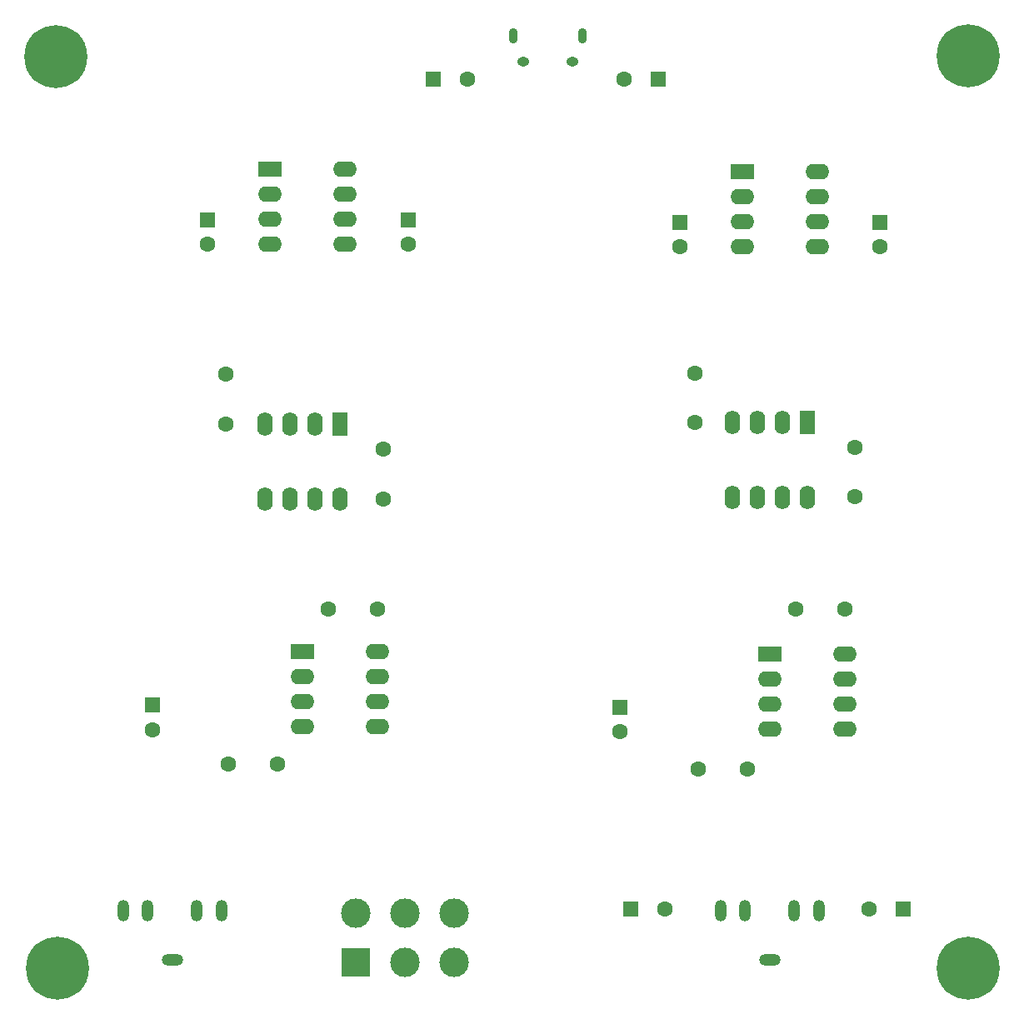
<source format=gbr>
%TF.GenerationSoftware,KiCad,Pcbnew,(6.0.7)*%
%TF.CreationDate,2022-10-30T23:19:10+01:00*%
%TF.ProjectId,headphone amp,68656164-7068-46f6-9e65-20616d702e6b,rev?*%
%TF.SameCoordinates,Original*%
%TF.FileFunction,Soldermask,Bot*%
%TF.FilePolarity,Negative*%
%FSLAX46Y46*%
G04 Gerber Fmt 4.6, Leading zero omitted, Abs format (unit mm)*
G04 Created by KiCad (PCBNEW (6.0.7)) date 2022-10-30 23:19:10*
%MOMM*%
%LPD*%
G01*
G04 APERTURE LIST*
%ADD10R,1.600000X1.600000*%
%ADD11C,1.600000*%
%ADD12C,6.400000*%
%ADD13R,2.400000X1.600000*%
%ADD14O,2.400000X1.600000*%
%ADD15R,1.600000X2.400000*%
%ADD16O,1.600000X2.400000*%
%ADD17O,0.890000X1.550000*%
%ADD18O,1.250000X0.950000*%
%ADD19O,2.200000X1.200000*%
%ADD20O,1.200000X2.200000*%
%ADD21R,3.000000X3.000000*%
%ADD22C,3.000000*%
G04 APERTURE END LIST*
D10*
%TO.C,C19*%
X162101349Y-140348000D03*
D11*
X165601349Y-140348000D03*
%TD*%
%TO.C,C9*%
X136324000Y-109858000D03*
X131324000Y-109858000D03*
%TD*%
D12*
%TO.C,H4*%
X103683000Y-53734000D03*
%TD*%
D13*
%TO.C,U2*%
X173416000Y-65380379D03*
D14*
X173416000Y-67920379D03*
X173416000Y-70460379D03*
X173416000Y-73000379D03*
X181036000Y-73000379D03*
X181036000Y-70460379D03*
X181036000Y-67920379D03*
X181036000Y-65380379D03*
%TD*%
D12*
%TO.C,H3*%
X196393000Y-53607000D03*
%TD*%
%TO.C,H2*%
X196393000Y-146317000D03*
%TD*%
D13*
%TO.C,U1*%
X125410000Y-65126379D03*
D14*
X125410000Y-67666379D03*
X125410000Y-70206379D03*
X125410000Y-72746379D03*
X133030000Y-72746379D03*
X133030000Y-70206379D03*
X133030000Y-67666379D03*
X133030000Y-65126379D03*
%TD*%
D11*
%TO.C,C10*%
X121164000Y-125590000D03*
X126164000Y-125590000D03*
%TD*%
%TO.C,C11*%
X183822000Y-109858000D03*
X178822000Y-109858000D03*
%TD*%
%TO.C,C15*%
X136946000Y-98616000D03*
X136946000Y-93616000D03*
%TD*%
D15*
%TO.C,U6*%
X180042000Y-90898000D03*
D16*
X177502000Y-90898000D03*
X174962000Y-90898000D03*
X172422000Y-90898000D03*
X172422000Y-98518000D03*
X174962000Y-98518000D03*
X177502000Y-98518000D03*
X180042000Y-98518000D03*
%TD*%
D17*
%TO.C,J1*%
X150190000Y-51546000D03*
D18*
X156190000Y-54246000D03*
D17*
X157190000Y-51546000D03*
D18*
X151190000Y-54246000D03*
%TD*%
D19*
%TO.C,J2*%
X115500000Y-145500000D03*
D20*
X110500000Y-140500000D03*
X113000000Y-140500000D03*
X120500000Y-140500000D03*
X118000000Y-140500000D03*
%TD*%
D11*
%TO.C,C12*%
X168916000Y-126114000D03*
X173916000Y-126114000D03*
%TD*%
D13*
%TO.C,U4*%
X176252000Y-114440000D03*
D14*
X176252000Y-116980000D03*
X176252000Y-119520000D03*
X176252000Y-122060000D03*
X183872000Y-122060000D03*
X183872000Y-119520000D03*
X183872000Y-116980000D03*
X183872000Y-114440000D03*
%TD*%
D19*
%TO.C,J3*%
X176200000Y-145500000D03*
D20*
X171200000Y-140500000D03*
X173700000Y-140500000D03*
X181200000Y-140500000D03*
X178700000Y-140500000D03*
%TD*%
D10*
%TO.C,C4*%
X161002000Y-119804000D03*
D11*
X161002000Y-122304000D03*
%TD*%
D13*
%TO.C,U3*%
X128754000Y-114186000D03*
D14*
X128754000Y-116726000D03*
X128754000Y-119266000D03*
X128754000Y-121806000D03*
X136374000Y-121806000D03*
X136374000Y-119266000D03*
X136374000Y-116726000D03*
X136374000Y-114186000D03*
%TD*%
D10*
%TO.C,C3*%
X113462000Y-119581621D03*
D11*
X113462000Y-122081621D03*
%TD*%
D10*
%TO.C,C8*%
X187376000Y-70538000D03*
D11*
X187376000Y-73038000D03*
%TD*%
%TO.C,C17*%
X184878000Y-98428000D03*
X184878000Y-93428000D03*
%TD*%
D10*
%TO.C,C2*%
X142035349Y-56020000D03*
D11*
X145535349Y-56020000D03*
%TD*%
D10*
%TO.C,C1*%
X164898651Y-56020000D03*
D11*
X161398651Y-56020000D03*
%TD*%
D10*
%TO.C,C6*%
X119050000Y-70284000D03*
D11*
X119050000Y-72784000D03*
%TD*%
D10*
%TO.C,C5*%
X167056000Y-70538000D03*
D11*
X167056000Y-73038000D03*
%TD*%
D15*
%TO.C,U5*%
X132554000Y-91046000D03*
D16*
X130014000Y-91046000D03*
X127474000Y-91046000D03*
X124934000Y-91046000D03*
X124934000Y-98666000D03*
X127474000Y-98666000D03*
X130014000Y-98666000D03*
X132554000Y-98666000D03*
%TD*%
D11*
%TO.C,C18*%
X168622000Y-85848000D03*
X168622000Y-90848000D03*
%TD*%
%TO.C,C16*%
X120944000Y-85996000D03*
X120944000Y-90996000D03*
%TD*%
D10*
%TO.C,C20*%
X189790651Y-140348000D03*
D11*
X186290651Y-140348000D03*
%TD*%
D21*
%TO.C,RV1*%
X134116000Y-145750000D03*
D22*
X139116000Y-145750000D03*
X144116000Y-145750000D03*
X134116000Y-140750000D03*
X139116000Y-140750000D03*
X144116000Y-140750000D03*
%TD*%
D12*
%TO.C,H1*%
X103810000Y-146317000D03*
%TD*%
D10*
%TO.C,C7*%
X139454000Y-70284000D03*
D11*
X139454000Y-72784000D03*
%TD*%
M02*

</source>
